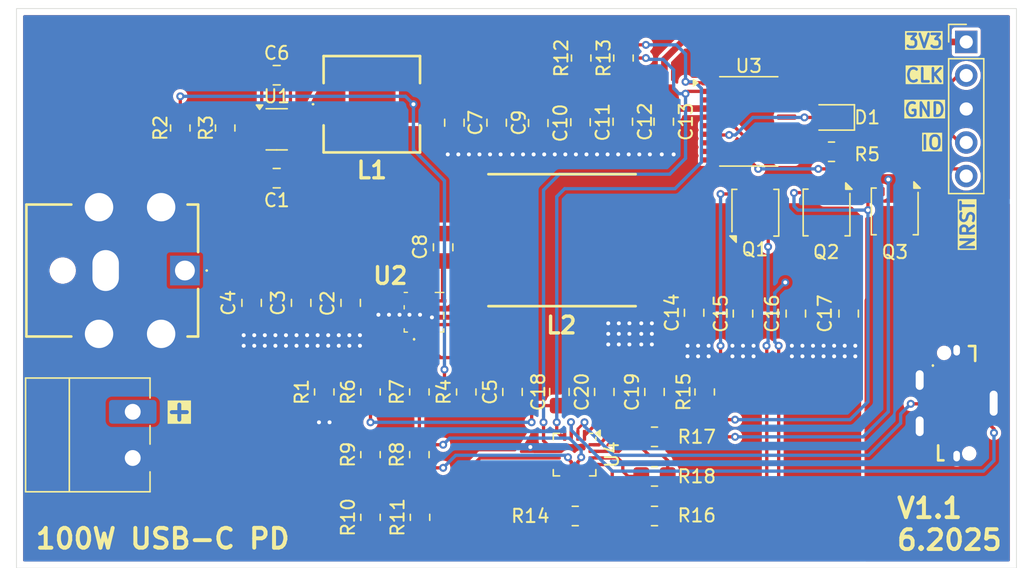
<source format=kicad_pcb>
(kicad_pcb (version 20241229) (generator "pcbnew") (generator_version "9.0")
  (layers (0 "F.Cu" signal) (2 "B.Cu" signal) (13 "F.Paste" user) (15 "B.Paste" user) (5 "F.SilkS" user "F.Silkscreen") (7 "B.SilkS" user "B.Silkscreen") (1 "F.Mask" user) (3 "B.Mask" user) (25 "Edge.Cuts" user))
  (net 0 "")
  (net 1 "AGND")
  (net 2 "/PWR_IN")
  (net 3 "Net-(U2-SS)")
  (net 4 "Net-(U1-CB)")
  (net 5 "/L2_IN")
  (net 6 "+3V3")
  (net 7 "Net-(U2-BOOT)")
  (net 8 "/L_IN")
  (net 9 "/BUCK_OUT")
  (net 10 "Net-(U4-VREG_1V2)")
  (net 11 "Net-(U4-VREG_2V7)")
  (net 12 "Net-(D1-K)")
  (net 13 "Net-(D1-A)")
  (net 14 "/NRST")
  (net 15 "/SWD_IO")
  (net 16 "/SW_CLK")
  (net 17 "Net-(Q1-D)")
  (net 18 "Net-(Q1-G)")
  (net 19 "Net-(Q2-G)")
  (net 20 "/CMN_SRC")
  (net 21 "Net-(U2-MODE)")
  (net 22 "Net-(U1-FB)")
  (net 23 "Net-(U2-PG)")
  (net 24 "Net-(U2-FB)")
  (net 25 "Net-(U4-SEL_PDO5)")
  (net 26 "Net-(U4-SEL_PDO4)")
  (net 27 "Net-(U4-SEL_PDO3)")
  (net 28 "Net-(U4-SEL_PDO2)")
  (net 29 "/CC1")
  (net 30 "/CC2")
  (net 31 "Net-(U4-ADDR0)")
  (net 32 "Net-(U4-VBUS_EN_SRC)")
  (net 46 "/SDA")
  (net 47 "/SCL")
  (net 48 "/VBUS")
  (net 49 "GND")
  (footprint "Capacitor_SMD:C_0805_2012Metric_Pad1.18x1.45mm_HandSolder" (layer "F.Cu") (at 84.4 114)
    (property "Reference" "C6")
    (property "Value" "0.1u")
  )
  (footprint "Resistor_SMD:R_0805_2012Metric_Pad1.20x1.40mm_HandSolder" (layer "F.Cu") (at 113 144.4 180)
    (property "Reference" "R18")
    (property "Value" "2k2")
  )
  (footprint "Resistor_SMD:R_0805_2012Metric_Pad1.20x1.40mm_HandSolder" (layer "F.Cu") (at 98.75 138 -90)
    (property "Reference" "R4")
    (property "Value" "100k")
  )
  (footprint "NetTie:NetTie-2_SMD_Pad0.5mm" (layer "F.Cu") (at 95.8 132.625 90)
    (property "Reference" "NT1" (hide yes))
    (property "Value" "NetTie_2" (hide yes))
  )
  (footprint "Capacitor_SMD:C_0805_2012Metric_Pad1.18x1.45mm_HandSolder" (layer "F.Cu") (at 109.2 138 -90)
    (property "Reference" "C20")
    (property "Value" "1u")
  )
  (footprint "Resistor_SMD:R_0805_2012Metric_Pad1.20x1.40mm_HandSolder" (layer "F.Cu") (at 116.8 138 90)
    (property "Reference" "R15")
    (property "Value" "820R")
  )
  (footprint "Capacitor_SMD:C_0805_2012Metric_Pad1.18x1.45mm_HandSolder" (layer "F.Cu") (at 84.4 121.8 180)
    (property "Reference" "C1")
    (property "Value" "2.2u")
  )
  (footprint "footprints:SRR0735A120M" (layer "F.Cu") (at 91.6 116.2)
    (property "Reference" "L1")
    (property "Value" "12u" (hide yes))
  )
  (footprint "Resistor_SMD:R_0805_2012Metric_Pad1.20x1.40mm_HandSolder" (layer "F.Cu") (at 113 141.4 180)
    (property "Reference" "R17")
    (property "Value" "10k")
  )
  (footprint "Resistor_SMD:R_0805_2012Metric_Pad1.20x1.40mm_HandSolder" (layer "F.Cu") (at 91.5 147.5 -90)
    (property "Reference" "R10")
    (property "Value" "570R")
  )
  (footprint "Connector_Phoenix_MC:PhoenixContact_MC_1,5_2-G-3.5_1x02_P3.50mm_Horizontal" (layer "F.Cu") (at 73.5 139.505 -90)
    (property "Reference" "J2")
    (property "Value" "Lab_supply")
  )
  (footprint "Capacitor_SMD:C_0805_2012Metric_Pad1.18x1.45mm_HandSolder" (layer "F.Cu") (at 116 132 90)
    (property "Reference" "C14")
    (property "Value" "22u")
  )
  (footprint "Capacitor_SMD:C_0805_2012Metric_Pad1.18x1.45mm_HandSolder" (layer "F.Cu") (at 102.25 138 -90)
    (property "Reference" "C5")
    (property "Value" "22n")
  )
  (footprint "Capacitor_SMD:C_0805_2012Metric_Pad1.18x1.45mm_HandSolder" (layer "F.Cu") (at 105.8 138 -90)
    (property "Reference" "C18")
    (property "Value" "1u")
  )
  (footprint "Resistor_SMD:R_0805_2012Metric_Pad1.20x1.40mm_HandSolder" (layer "F.Cu") (at 77.1 118 -90)
    (property "Reference" "R2")
    (property "Value" "51k")
  )
  (footprint "Package_SON:Diodes_PowerDI3333-8" (layer "F.Cu") (at 120.635 124.42 90)
    (property "Reference" "Q1")
    (property "Value" "DMP3013SFV-7")
  )
  (footprint "Capacitor_SMD:C_0805_2012Metric_Pad1.18x1.45mm_HandSolder" (layer "F.Cu") (at 97.85 117.6 90)
    (property "Reference" "C7")
    (property "Value" "22u")
  )
  (footprint "Package_DFN_QFN:QFN-16-1EP_3x3mm_P0.5mm_EP1.7x1.7mm" (layer "F.Cu") (at 106.95 142.75 -90)
    (property "Reference" "U4")
    (property "Value" "STUSB4710AQ1TR")
  )
  (footprint "Capacitor_SMD:C_0805_2012Metric_Pad1.18x1.45mm_HandSolder" (layer "F.Cu") (at 123.7 132.0625 90)
    (property "Reference" "C16")
    (property "Value" "22u")
  )
  (footprint "Resistor_SMD:R_0805_2012Metric_Pad1.20x1.40mm_HandSolder" (layer "F.Cu") (at 110.65 112.7 -90)
    (property "Reference" "R13")
    (property "Value" "1k7")
  )
  (footprint "Capacitor_SMD:C_0805_2012Metric_Pad1.18x1.45mm_HandSolder" (layer "F.Cu") (at 97 127.0375 -90)
    (property "Reference" "C8")
    (property "Value" "0.1u")
  )
  (footprint "Resistor_SMD:R_0805_2012Metric_Pad1.20x1.40mm_HandSolder" (layer "F.Cu") (at 95.25 147.5 -90)
    (property "Reference" "R11")
    (property "Value" "1.95k")
  )
  (footprint "LED_SMD:LED_0805_2012Metric" (layer "F.Cu") (at 126.45 117.2 180)
    (property "Reference" "D1")
    (property "Value" "LED")
  )
  (footprint "Resistor_SMD:R_0805_2012Metric_Pad1.20x1.40mm_HandSolder" (layer "F.Cu") (at 107.45 112.7 -90)
    (property "Reference" "R12")
    (property "Value" "1k7")
  )
  (footprint "Capacitor_SMD:C_0805_2012Metric_Pad1.18x1.45mm_HandSolder" (layer "F.Cu") (at 113 138 -90)
    (property "Reference" "C19")
    (property "Value" "1u")
  )
  (footprint "Resistor_SMD:R_0805_2012Metric_Pad1.20x1.40mm_HandSolder" (layer "F.Cu") (at 107 147.4)
    (property "Reference" "R14")
    (property "Value" "100k")
  )
  (footprint "Capacitor_SMD:C_0805_2012Metric_Pad1.18x1.45mm_HandSolder" (layer "F.Cu") (at 113.7 117.525 -90)
    (property "Reference" "C13")
    (property "Value" "100n")
  )
  (footprint "Package_SO:TSSOP-20_4.4x6.5mm_P0.65mm" (layer "F.Cu") (at 120.1375 117.5)
    (property "Reference" "U3")
    (property "Value" "STM32G030F6Px")
  )
  (footprint "Resistor_SMD:R_0805_2012Metric_Pad1.20x1.40mm_HandSolder" (layer "F.Cu") (at 88 138 -90)
    (property "Reference" "R1")
    (property "Value" "10k")
  )
  (footprint "Resistor_SMD:R_0805_2012Metric_Pad1.20x1.40mm_HandSolder" (layer "F.Cu") (at 95.2 142.75 -90)
    (property "Reference" "R8")
    (property "Value" "310R")
  )
  (footprint "footprints:PJ106AHTR" (layer "F.Cu") (at 77.45 128.8 -90)
    (property "Reference" "J1")
    (property "Value" "Barrel_Jack" (hide yes))
  )
  (footprint "Capacitor_SMD:C_0805_2012Metric_Pad1.18x1.45mm_HandSolder" (layer "F.Cu") (at 107.4 117.5625 -90)
    (property "Reference" "C11")
    (property "Value" "100n")
  )
  (footprint "Capacitor_SMD:C_0805_2012Metric_Pad1.18x1.45mm_HandSolder" (layer "F.Cu") (at 119.7 132.0625 90)
    (property "Reference" "C15")
    (property "Value" "22u")
  )
  (footprint "Package_TO_SOT_SMD:SOT-23-6" (layer "F.Cu") (at 84.4 118.1)
    (property "Reference" "U1")
    (property "Value" "TPS560430X3FDBVR")
  )
  (footprint "Resistor_SMD:R_0805_2012Metric_Pad1.20x1.40mm_HandSolder" (layer "F.Cu") (at 113 147.4 180)
    (property "Reference" "R16")
    (property "Value" "10k")
  )
  (footprint "Resistor_SMD:R_0805_2012Metric_Pad1.20x1.40mm_HandSolder" (layer "F.Cu") (at 91.5 142.75 -90)
    (property "Reference" "R9")
    (property "Value" "340R")
  )
  (footprint "Resistor_SMD:R_0805_2012Metric_Pad1.20x1.40mm_HandSolder" (layer "F.Cu") (at 80.5 118 90)
    (property "Reference" "R3")
    (property "Value" "22.1k")
  )
  (footprint "Capacitor_SMD:C_0805_2012Metric_Pad1.18x1.45mm_HandSolder" (layer "F.Cu") (at 82.5 131.25 -90)
    (property "Reference" "C4")
    (property "Value" "0.1u")
  )
  (footprint "footprints:INDPM112100X400N" (layer "F.Cu") (at 106 126.5)
    (property "Reference" "L2")
    (property "Value" "4.7u" (hide yes))
  )
  (footprint "Capacitor_SMD:C_0805_2012Metric_Pad1.18x1.45mm_HandSolder" (layer "F.Cu") (at 104.2 117.625 -90)
    (property "Reference" "C10")
    (property "Value" "100n")
  )
  (footprint "Capacitor_SMD:C_0805_2012Metric_Pad1.18x1.45mm_HandSolder" (layer "F.Cu") (at 86.25 131.25 -90)
    (property "Reference" "C3")
    (property "Value" "10u")
  )
  (footprint "Package_SON:Diodes_PowerDI3333-8" (layer "F.Cu") (at 126.025 124.4 -90)
    (property "Reference" "Q2")
    (property "Value" "DMP3013SFV-7")
  )
  (footprint "Resistor_SMD:R_0805_2012Metric_Pad1.20x1.40mm_HandSolder" (layer "F.Cu") (at 126.4 119.8 180)
    (property "Reference" "R5")
    (property "Value" "1k7")
  )
  (footprint "Resistor_SMD:R_0805_2012Metric_Pad1.20x1.40mm_HandSolder" (layer "F.Cu") (at 95.2 138 -90)
    (property "Reference" "R7")
    (property "Value" "930R")
  )
  (footprint "Capacitor_SMD:C_0805_2012Metric_Pad1.18x1.45mm_HandSolder" (layer "F.Cu") (at 127.7 132.0625 90)
    (property "Reference" "C17")
    (property "Value" "22u")
  )
  (footprint "Resistor_SMD:R_0805_2012Metric_Pad1.20x1.40mm_HandSolder" (layer "F.Cu") (at 91.5 138 90)
    (property "Reference" "R6")
    (property "Value" "30k")
  )
  (footprint "Package_SON:Diodes_PowerDI3333-8" (layer "F.Cu") (at 131.185 124.32 -90)
    (property "Reference" "Q3")
    (property "Value" "DMP3013SFV-7")
  )
  (footprint "Capacitor_SMD:C_0805_2012Metric_Pad1.18x1.45mm_HandSolder" (layer "F.Cu") (at 90 131.25 -90)
    (property "Reference" "C2")
    (property "Value" "10u")
  )
  (footprint "Capacitor_SMD:C_0805_2012Metric_Pad1.18x1.45mm_HandSolder" (layer "F.Cu") (at 101.05 117.6 -90)
    (property "Reference" "C9")
    (property "Value" "10u")
  )
  (footprint "Connector_PinHeader_2.54mm:PinHeader_1x05_P2.54mm_Vertical" (layer "F.Cu") (at 136.6 111.48)
    (property "Reference" "J3")
    (property "Value" "Serial Wire")
  )
  (footprint "Capacitor_SMD:C_0805_2012Metric_Pad1.18x1.45mm_HandSolder" (layer "F.Cu") (at 110.6 117.525 -90)
    (property "Reference" "C12")
    (property "Value" "100n")
  )
  (footprint "footprints:TPS56A37RPAR" (layer "F.Cu") (at 95.55 131.96 90)
    (property "Reference" "U2")
    (property "Value" "TPS56837HRPAR" (hide yes))
  )
  (footprint "footprints:USB4151GFC" (layer "F.Cu") (at 135.875 138.85 90)
    (property "Reference" "J4")
    (property "Value" "USB4151-GF-C" (hide yes))
  )
  (gr_rect (start 64.7 108.95) (end 140.4 151.35) (stroke (width 0.05)) (fill no) (layer "Edge.Cuts"))
  (gr_text "NRST" (at 137.3 127.4 90) (layer "F.SilkS" knockout) (effects (font (size 1 1) (thickness 0.2) (bold yes)) (justify left bottom)))
  (gr_text "+" (at 75.9 140.3 0) (layer "F.SilkS" knockout) (effects (font (size 1.5 1.5) (thickness 0.3) (bold yes)) (justify left bottom)))
  (gr_text "CLK" (at 131.9 114.6 0) (layer "F.SilkS" knockout) (effects (font (size 1 1) (thickness 0.2) (bold yes)) (justify left bottom)))
  (gr_text "GND" (at 131.8 117.2 0) (layer "F.SilkS" knockout) (effects (font (size 1 1) (thickness 0.2) (bold yes)) (justify left bottom)))
  (gr_text "3V3" (at 131.9 112 0) (layer "F.SilkS" knockout) (effects (font (size 1 1) (thickness 0.2) (bold yes)) (justify left bottom)))
  (gr_text "IO" (at 133.1 119.7 0) (layer "F.SilkS" knockout) (effects (font (size 1 1) (thickness 0.2) (bold yes)) (justify left bottom)))
  (gr_text "100W USB-C PD" (at 66 150 0) (layer "F.SilkS") (effects (font (size 1.5 1.5) (thickness 0.3) (bold yes)) (justify left bottom)))
  (gr_text "V1.1\n6.2025" (at 131.2 150.1 0) (layer "F.SilkS") (effects (font (size 1.5 1.5) (thickness 0.3) (bold yes)) (justify left bottom)))
  (segment (start 95.8 133.37) (end 95.8 135.4) (width 0.25) (layer "F.Cu") (net 1))
  (segment (start 101.75 135.25) (end 99.25 135.25) (width 0.25) (layer "F.Cu") (net 3))
  (segment (start 99.25 135.25) (end 98.8 134.8) (width 0.25) (layer "F.Cu") (net 3))
  (segment (start 98.8 134.8) (end 98.8 133.4) (width 0.25) (layer "F.Cu") (net 3))
  (segment (start 102.25 135.75) (end 102.25 136.9625) (width 0.25) (layer "F.Cu") (net 3))
  (segment (start 98.3 132.9) (end 96.95 132.9) (width 0.25) (layer "F.Cu") (net 3))
  (segment (start 102.25 135.75) (end 101.75 135.25) (width 0.25) (layer "F.Cu") (net 3))
  (segment (start 98.8 133.4) (end 98.3 132.9) (width 0.25) (layer "F.Cu") (net 3))
  (segment (start 83.2625 114) (end 83.2625 117.15) (width 0.25) (layer "F.Cu") (net 4))
  (segment (start 85.4375 117.05) (end 85.5375 117.15) (width 0.25) (layer "F.Cu") (net 5))
  (segment (start 85.4375 114) (end 85.4375 117.05) (width 0.25) (layer "F.Cu") (net 5))
  (segment (start 97.1 136.3) (end 97.1 138.5) (width 0.25) (layer "F.Cu") (net 6))
  (segment (start 117.275 116.525) (end 113.7375 116.525) (width 0.5) (layer "F.Cu") (net 6))
  (segment (start 97.1 138.5) (end 97.6 139) (width 0.25) (layer "F.Cu") (net 6))
  (segment (start 77.1 117) (end 77.1 115.6) (width 0.25) (layer "F.Cu") (net 6))
  (segment (start 113.7375 116.525) (end 113.7 116.4875) (width 0.5) (layer "F.Cu") (net 6))
  (segment (start 107.45 113.7) (end 107.45 115) (width 0.25) (layer "F.Cu") (net 6))
  (segment (start 115.07 111.48) (end 136.6 111.48) (width 0.5) (layer "F.Cu") (net 6))
  (segment (start 113.75 115.3) (end 113.75 112.8) (width 0.5) (layer "F.Cu") (net 6))
  (segment (start 113.75 112.8) (end 115.07 111.48) (width 0.5) (layer "F.Cu") (net 6))
  (segment (start 110.65 113.7) (end 110.65 115.1) (width 0.25) (layer "F.Cu") (net 6))
  (segment (start 97.6 139) (end 98.75 139) (width 0.25) (layer "F.Cu") (net 6))
  (segment (start 98.75 139.05) (end 98.7 139.1) (width 0.2) (layer "F.Cu") (net 6))
  (via (at 97.1 136.3) (size 0.6) (drill 0.3) (layers "F.Cu" "B.Cu") (net 6))
  (via (at 94.75 116.2) (size 0.6) (drill 0.3) (layers "F.Cu" "B.Cu") (net 6))
  (via (at 77.1 115.6) (size 0.6) (drill 0.3) (layers "F.Cu" "B.Cu") (net 6))
  (segment (start 94.15 115.6) (end 77.1 115.6) (width 0.25) (layer "B.Cu") (net 6))
  (segment (start 97.1 122) (end 94.75 119.65) (width 0.25) (layer "B.Cu") (net 6))
  (segment (start 97.1 136.3) (end 97.1 122) (width 0.25) (layer "B.Cu") (net 6))
  (segment (start 94.75 119.65) (end 94.75 116.2) (width 0.25) (layer "B.Cu") (net 6))
  (segment (start 94.75 116.2) (end 94.15 115.6) (width 0.25) (layer "B.Cu") (net 6))
  (segment (start 97 128.075) (end 97 128.1) (width 0.25) (layer "F.Cu") (net 7))
  (segment (start 97 128.1) (end 96.95 128.15) (width 0.25) (layer "F.Cu") (net 7))
  (segment (start 96.95 128.15) (end 96.95 131.1) (width 0.25) (layer "F.Cu") (net 7))
  (segment (start 97 126) (end 100.85 126) (width 0.5) (layer "F.Cu") (net 8))
  (segment (start 96.4 131.6) (end 97.8 131.6) (width 0.25) (layer "F.Cu") (net 8))
  (segment (start 100.85 126) (end 101.35 126.5) (width 0.5) (layer "F.Cu") (net 8))
  (segment (start 103.7 139.6) (end 104.2625 139.0375) (width 0.25) (layer "F.Cu") (net 9))
  (segment (start 121.2 146.9) (end 122.4 145.7) (width 0.25) (layer "F.Cu") (net 9))
  (segment (start 114 147.4) (end 114.5 146.9) (width 0.25) (layer "F.Cu") (net 9))
  (segment (start 108.4 139.9) (end 107.5375 139.0375) (width 0.25) (layer "F.Cu") (net 9))
  (segment (start 122.4 145.7) (end 122.4 134.5) (width 0.25) (layer "F.Cu") (net 9))
  (segment (start 91.5 139) (end 91.5 140.3) (width 0.25) (layer "F.Cu") (net 9))
  (segment (start 114.5 146.9) (end 121.2 146.9) (width 0.25) (layer "F.Cu") (net 9))
  (segment (start 104.2625 139.0375) (end 105.8 139.0375) (width 0.25) (layer "F.Cu") (net 9))
  (segment (start 108.4 140.6) (end 108.4 139.9) (width 0.25) (layer "F.Cu") (net 9))
  (segment (start 107.7 141.3) (end 108.4 140.6) (width 0.25) (layer "F.Cu") (net 9))
  (segment (start 107.5375 139.0375) (end 105.8 139.0375) (width 0.25) (layer "F.Cu") (net 9))
  (segment (start 107.7 137.1375) (end 107.7 131.2) (width 0.5) (layer "F.Cu") (net 9))
  (segment (start 107.7 131.2) (end 108.7 130.2) (width 0.5) (layer "F.Cu") (net 9))
  (segment (start 103.7 140.3) (end 103.7 139.6) (width 0.25) (layer "F.Cu") (net 9))
  (segment (start 105.8 139.0375) (end 107.7 137.1375) (width 0.5) (layer "F.Cu") (net 9))
  (via (at 122.4 134.5) (size 0.6) (drill 0.3) (layers "F.Cu" "B.Cu") (net 9))
  (via (at 91.5 140.3) (size 0.6) (drill 0.3) (layers "F.Cu" "B.Cu") (net 9))
  (via (at 103.7 140.3) (size 0.6) (drill 0.3) (layers "F.Cu" "B.Cu") (net 9))
  (via (at 122.9 129.7) (size 0.6) (drill 0.3) (layers "F.Cu" "B.Cu") (net 9))
  (segment (start 122.103137 130.496863) (end 122.9 129.7) (width 0.25) (layer "B.Cu") (net 9))
  (segment (start 122.103137 133.7) (end 122.103137 130.496863) (width 0.25) (layer "B.Cu") (net 9))
  (segment (start 122.103137 133.7) (end 122.103137 134.203137) (width 0.25) (layer "B.Cu") (net 9))
  (segment (start 122.103137 134.203137) (end 122.4 134.5) (width 0.25) (layer "B.Cu") (net 9))
  (segment (start 91.5 140.3) (end 103.7 140.3) (width 0.25) (layer "B.Cu") (net 9))
  (segment (start 110.8 142) (end 110.8 139.6) (width 0.25) (layer "F.Cu") (net 10))
  (segment (start 110.8 139.6) (end 111.3625 139.0375) (width 0.25) (layer "F.Cu") (net 10))
  (segment (start 110.3 142.5) (end 110.8 142) (width 0.25) (layer "F.Cu") (net 10))
  (segment (start 108.4 142.5) (end 110.3 142.5) (width 0.25) (layer "F.Cu") (net 10))
  (segment (start 111.3625 139.0375) (end 113 139.0375) (width 0.25) (layer "F.Cu") (net 10))
  (segment (start 109.2 141.6) (end 109.2 139.0375) (width 0.25) (layer "F.Cu") (net 11))
  (segment (start 108.8 142) (end 109.2 141.6) (width 0.25) (layer "F.Cu") (net 11))
  (segment (start 108.4 142) (end 108.8 142) (width 0.25) (layer "F.Cu") (net 11))
  (segment (start 127.4 117.2) (end 127.4 119.8) (width 0.25) (layer "F.Cu") (net 12))
  (segment (start 117.329442 118.529442) (end 117.275 118.475) (width 0.25) (layer "F.Cu") (net 13))
  (segment (start 125.5 117.2) (end 124.35 117.2) (width 0.25) (layer "F.Cu") (net 13))
  (segment (start 118.65 118.529442) (end 117.329442 118.529442) (width 0.25) (layer "F.Cu") (net 13))
  (via (at 118.65 118.529442) (size 0.6) (drill 0.3) (layers "F.Cu" "B.Cu") (net 13))
  (via (at 124.35 117.2) (size 0.6) (drill 0.3) (layers "F.Cu" "B.Cu") (net 13))
  (segment (start 118.65 118.529442) (end 119.120558 118.529442) (width 0.25) (layer "B.Cu") (net 13))
  (segment (start 120.45 117.2) (end 124.35 117.2) (width 0.25) (layer "B.Cu") (net 13))
  (segment (start 119.120558 118.529442) (end 120.45 117.2) (width 0.25) (layer "B.Cu") (net 13))
  (segment (start 118.975 117.825) (end 117.275 117.825) (width 0.25) (layer "F.Cu") (net 14))
  (segment (start 136.06 121.1) (end 136.6 121.64) (width 0.25) (layer "F.Cu") (net 14))
  (segment (start 119.95 120.2) (end 119.95 118.8) (width 0.25) (layer "F.Cu") (net 14))
  (segment (start 125.4 121.1) (end 136.06 121.1) (width 0.25) (layer "F.Cu") (net 14))
  (segment (start 119.95 118.8) (end 118.975 117.825) (width 0.25) (layer "F.Cu") (net 14))
  (segment (start 120.85 121.1) (end 119.95 120.2) (width 0.25) (layer "F.Cu") (net 14))
  (via (at 120.85 121.1) (size 0.6) (drill 0.3) (layers "F.Cu" "B.Cu") (net 14))
  (via (at 125.4 121.1) (size 0.6) (drill 0.3) (layers "F.Cu" "B.Cu") (net 14))
  (segment (start 125.4 121.1) (end 120.85 121.1) (width 0.25) (layer "B.Cu") (net 14))
  (segment (start 136.6 119.1) (end 136.1 119.1) (width 0.25) (layer "F.Cu") (net 15))
  (segment (start 136.1 119.1) (end 132.875 115.875) (width 0.25) (layer "F.Cu") (net 15))
  (segment (start 132.875 115.875) (end 123 115.875) (width 0.25) (layer "F.Cu") (net 15))
  (segment (start 135.98 114.02) (end 136.6 114.02) (width 0.25) (layer "F.Cu") (net 16))
  (segment (start 123 115.225) (end 134.775 115.225) (width 0.25) (layer "F.Cu") (net 16))
  (segment (start 134.775 115.225) (end 135.98 114.02) (width 0.25) (layer "F.Cu") (net 16))
  (segment (start 118 135.3) (end 118 138.8) (width 0.25) (layer "F.Cu") (net 17))
  (segment (start 118 138.8) (end 117.8 139) (width 0.25) (layer "F.Cu") (net 17))
  (segment (start 118 123) (end 119.67 123) (width 0.25) (layer "F.Cu") (net 17))
  (segment (start 118 134.5) (end 118 135.3) (width 0.25) (layer "F.Cu") (net 17))
  (segment (start 117.8 139) (end 116.8 139) (width 0.25) (layer "F.Cu") (net 17))
  (segment (start 119.67 123) (end 120.635 123.965) (width 0.25) (layer "F.Cu") (net 17))
  (via (at 118 123) (size 0.6) (drill 0.3) (layers "F.Cu" "B.Cu") (net 17))
  (via (at 118 134.5) (size 0.6) (drill 0.3) (layers "F.Cu" "B.Cu") (net 17))
  (segment (start 118 134.5) (end 118 134.6) (width 0.25) (layer "B.Cu") (net 17))
  (segment (start 118 123) (end 118 134.5) (width 0.25) (layer "B.Cu") (net 17))
  (segment (start 108.4 143.5) (end 109.3 143.5) (width 0.25) (layer "F.Cu") (net 18))
  (segment (start 109.3 143.5) (end 109.8 144) (width 0.25) (layer "F.Cu") (net 18))
  (segment (start 121.5 134.8) (end 121.5 145.1) (width 0.25) (layer "F.Cu") (net 18))
  (segment (start 112 146.4) (end 112 147.4) (width 0.25) (layer "F.Cu") (net 18))
  (segment (start 110.2 147.4) (end 111.8 147.4) (width 0.25) (layer "F.Cu") (net 18))
  (segment (start 120.7 145.9) (end 112.5 145.9) (width 0.25) (layer "F.Cu") (net 18))
  (segment (start 121.61 125.92) (end 121.61 126.99) (width 0.25) (layer "F.Cu") (net 18))
  (segment (start 121.61 126.99) (end 121.6 127) (width 0.25) (layer "F.Cu") (net 18))
  (segment (start 121.5 145.1) (end 120.7 145.9) (width 0.25) (layer "F.Cu") (net 18))
  (segment (start 109.8 144) (end 109.8 147) (width 0.25) (layer "F.Cu") (net 18))
  (segment (start 109.8 147) (end 110.2 147.4) (width 0.25) (layer "F.Cu") (net 18))
  (segment (start 112.5 145.9) (end 112 146.4) (width 0.25) (layer "F.Cu") (net 18))
  (via (at 121.478137 134.5) (size 0.6) (drill 0.3) (layers "F.Cu" "B.Cu") (net 18))
  (via (at 121.6 127) (size 0.6) (drill 0.3) (layers "F.Cu" "B.Cu") (net 18))
  (segment (start 121.478137 134.321863) (end 121.6 134.2) (width 0.25) (layer "B.Cu") (net 18))
  (segment (start 121.478137 134.5) (end 121.478137 134.321863) (width 0.25) (layer "B.Cu") (net 18))
  (segment (start 121.6 134.2) (end 121.6 127) (width 0.25) (layer "B.Cu") (net 18))
  (segment (start 121.6 127) (end 121.7 127.1) (width 0.25) (layer "B.Cu") (net 18))
  (segment (start 113.3 140.1) (end 119.1 140.1) (width 0.25) (layer "F.Cu") (net 19))
  (segment (start 112 141.4) (end 113.3 140.1) (width 0.25) (layer "F.Cu") (net 19))
  (segment (start 129.16 123.32) (end 129.66 122.82) (width 0.25) (layer "F.Cu") (net 19))
  (segment (start 125.05 122.9) (end 123.58 122.9) (width 0.25) (layer "F.Cu") (net 19))
  (segment (start 129.66 122.82) (end 130.21 122.82) (width 0.25) (layer "F.Cu") (net 19))
  (segment (start 112 141.4) (end 112 142.2) (width 0.25) (layer "F.Cu") (net 19))
  (segment (start 113.6 142.8) (end 114 143.2) (width 0.25) (layer "F.Cu") (net 19))
  (segment (start 112.6 142.8) (end 113.6 142.8) (width 0.25) (layer "F.Cu") (net 19))
  (segment (start 129.16 124.22) (end 129.2 124.26) (width 0.25) (layer "F.Cu") (net 19))
  (segment (start 114 143.2) (end 114 144.4) (width 0.25) (layer "F.Cu") (net 19))
  (segment (start 129.16 124.22) (end 129.16 123.32) (width 0.25) (layer "F.Cu") (net 19))
  (segment (start 112 142.2) (end 112.6 142.8) (width 0.25) (layer "F.Cu") (net 19))
  (segment (start 123.58 122.9) (end 123.56 122.92) (width 0.25) (layer "F.Cu") (net 19))
  (via (at 129.16 124.22) (size 0.6) (drill 0.3) (layers "F.Cu" "B.Cu") (net 19))
  (via (at 119.1 140.1) (size 0.6) (drill 0.3) (layers "F.Cu" "B.Cu") (net 19))
  (via (at 123.56 122.92) (size 0.6) (drill 0.3) (layers "F.Cu" "B.Cu") (net 19))
  (segment (start 119.1 140.1) (end 127.8 140.1) (width 0.25) (layer "B.Cu") (net 19))
  (segment (start 129.16 138.74) (end 129.16 124.22) (width 0.25) (layer "B.Cu") (net 19))
  (segment (start 123.56 123.92) (end 123.86 124.22) (width 0.25) (layer "B.Cu") (net 19))
  (segment (start 127.8 140.1) (end 129.16 138.74) (width 0.25) (layer "B.Cu") (net 19))
  (segment (start 123.56 122.92) (end 123.56 123.92) (width 0.25) (layer "B.Cu") (net 19))
  (segment (start 123.86 124.22) (end 129.16 124.22) (width 0.25) (layer "B.Cu") (net 19))
  (segment (start 114 141.4) (end 119.1 141.4) (width 0.25) (layer "F.Cu") (net 20))
  (segment (start 126.05 121.9) (end 126.21 122.06) (width 0.25) (layer "F.Cu") (net 20))
  (segment (start 130.86 122.06) (end 130.86 122.82) (width 0.25) (layer "F.Cu") (net 20))
  (via (at 130.7 121.9) (size 0.6) (drill 0.3) (layers "F.Cu" "B.Cu") (net 20))
  (via (at 119.1 141.4) (size 0.6) (drill 0.3) (layers "F.Cu" "B.Cu") (net 20))
  (segment (start 128.8 141.4) (end 130.7 139.5) (width 0.25) (layer "B.Cu") (net 20))
  (segment (start 119.1 141.4) (end 128.8 141.4) (width 0.25) (layer "B.Cu") (net 20))
  (segment (start 130.7 139.5) (end 130.7 121.9) (width 0.25) (layer "B.Cu") (net 20))
  (segment (start 88 137) (end 88 135.9) (width 0.25) (layer "F.Cu") (net 21))
  (segment (start 92.4 133.4) (end 92.4 135) (width 0.25) (layer "F.Cu") (net 21))
  (segment (start 92.9 132.9) (end 92.4 133.4) (width 0.25) (layer "F.Cu") (net 21))
  (segment (start 92 135.4) (end 88.5 135.4) (width 0.25) (layer "F.Cu") (net 21))
  (segment (start 88 135.9) (end 88.5 135.4) (width 0.25) (layer "F.Cu") (net 21))
  (segment (start 94.15 132.9) (end 92.9 132.9) (width 0.25) (layer "F.Cu") (net 21))
  (segment (start 92.4 135) (end 92 135.4) (width 0.25) (layer "F.Cu") (net 21))
  (segment (start 80.5 119) (end 77.1 119) (width 0.25) (layer "F.Cu") (net 22))
  (segment (start 83.2125 119) (end 83.2625 119.05) (width 0.25) (layer "F.Cu") (net 22))
  (segment (start 80.5 119) (end 83.2125 119) (width 0.25) (layer "F.Cu") (net 22))
  (segment (start 96.8 135.4) (end 98.15 135.4) (width 0.25) (layer "F.Cu") (net 23))
  (segment (start 96.3 133.37) (end 96.3 134.9) (width 0.25) (layer "F.Cu") (net 23))
  (segment (start 98.15 135.4) (end 98.75 136) (width 0.25) (layer "F.Cu") (net 23))
  (segment (start 96.3 134.9) (end 96.8 135.4) (width 0.25) (layer "F.Cu") (net 23))
  (segment (start 98.75 136) (end 98.75 137) (width 0.25) (layer "F.Cu") (net 23))
  (segment (start 95.3 136.9) (end 95.3 133.37) (width 0.25) (layer "F.Cu") (net 24))
  (segment (start 91.75 137) (end 95.2 137) (width 0.25) (layer "F.Cu") (net 24))
  (segment (start 95.2 137) (end 95.3 136.9) (width 0.25) (layer "F.Cu") (net 24))
  (segment (start 107.45 143.05) (end 107.2 143.3) (width 0.25) (layer "F.Cu") (net 25))
  (segment (start 107.2 143.3) (end 107.2 144.2) (width 0.25) (layer "F.Cu") (net 25))
  (segment (start 97 142) (end 95.2 142) (width 0.25) (layer "F.Cu") (net 25))
  (segment (start 107.45 142.95) (end 107.45 143.05) (width 0.25) (layer "F.Cu") (net 25))
  (segment (start 95.2 142) (end 95.2 139) (width 0.25) (layer "F.Cu") (net 25))
  (via (at 107.45 142.95) (size 0.6) (drill 0.3) (layers "F.Cu" "B.Cu") (net 25))
  (via (at 97 142) (size 0.6) (drill 0.3) (layers "F.Cu" "B.Cu") (net 25))
  (segment (start 97.5 141.5) (end 106.55 141.5) (width 0.25) (layer "B.Cu") (net 25))
  (segment (start 106.55 141.5) (end 107.45 142.4) (width 0.25) (layer "B.Cu") (net 25))
  (segment (start 97 142) (end 97.5 141.5) (width 0.25) (layer "B.Cu") (net 25))
  (segment (start 107.45 142.4) (end 107.45 142.95) (width 0.25) (layer "B.Cu") (net 25))
  (segment (start 93.75 143.75) (end 93.2 143.2) (width 0.25) (layer "F.Cu") (net 26))
  (segment (start 106.45 142.95) (end 106.45 143.05) (width 0.25) (layer "F.Cu") (net 26))
  (segment (start 97 143.75) (end 93.75 143.75) (width 0.25) (layer "F.Cu") (net 26))
  (segment (start 93.2 143.2) (end 93.2 142.175) (width 0.25) (layer "F.Cu") (net 26))
  (segment (start 106.7 143.3) (end 106.7 144.2) (width 0.25) (layer "F.Cu") (net 26))
  (segment (start 93.2 142.175) (end 92.775 141.75) (width 0.25) (layer "F.Cu") (net 26))
  (segment (start 106.45 143.05) (end 106.7 143.3) (width 0.25) (layer "F.Cu") (net 26))
  (segment (start 92.775 141.75) (end 91.45 141.75) (width 0.25) (layer "F.Cu") (net 26))
  (via (at 106.45 142.95) (size 0.6) (drill 0.3) (layers "F.Cu" "B.Cu") (net 26))
  (via (at 97 143.75) (size 0.6) (drill 0.3) (layers "F.Cu" "B.Cu") (net 26))
  (segment (start 106.3 142.8) (end 106.45 142.95) (width 0.25) (layer "B.Cu") (net 26))
  (segment (start 97 143.75) (end 97.95 142.8) (width 0.25) (layer "B.Cu") (net 26))
  (segment (start 97.95 142.8) (end 106.3 142.8) (width 0.25) (layer "B.Cu") (net 26))
  (segment (start 106.4 143) (end 106.45 142.95) (width 0.25) (layer "B.Cu") (net 26))
  (segment (start 91.5 146.5) (end 91.5 143.75) (width 0.25) (layer "F.Cu") (net 27))
  (segment (start 92.6 146.5) (end 94.1 145) (width 0.25) (layer "F.Cu") (net 27))
  (segment (start 91.5 146.5) (end 92.6 146.5) (width 0.25) (layer "F.Cu") (net 27))
  (segment (start 99.8 143) (end 105.5 143) (width 0.25) (layer "F.Cu") (net 27))
  (segment (start 97.8 145) (end 99.8 143) (width 0.25) (layer "F.Cu") (net 27))
  (segment (start 94.1 145) (end 97.8 145) (width 0.25) (layer "F.Cu") (net 27))
  (segment (start 95.25 146.5) (end 97.1 146.5) (width 0.25) (layer "F.Cu") (net 28))
  (segment (start 94.7 146.5) (end 95.25 146.5) (width 0.25) (layer "F.Cu") (net 28))
  (segment (start 97.1 146.5) (end 100.1 143.5) (width 0.25) (layer "F.Cu") (net 28))
  (segment (start 92.7 148.5) (end 94.7 146.5) (width 0.25) (layer "F.Cu") (net 28))
  (segment (start 91.5 148.5) (end 92.7 148.5) (width 0.25) (layer "F.Cu") (net 28))
  (segment (start 100.1 143.5) (end 105.5 143.5) (width 0.25) (layer "F.Cu") (net 28))
  (segment (start 107.2 140.8) (end 107.7 140.3) (width 0.2) (layer "F.Cu") (net 29))
  (segment (start 133.2 138.9) (end 134 138.1) (width 0.25) (layer "F.Cu") (net 29))
  (segment (start 132.4 138.9) (end 133.2 138.9) (width 0.25) (layer "F.Cu") (net 29))
  (segment (start 134 138.1) (end 134.9 138.1) (width 0.25) (layer "F.Cu") (net 29))
  (segment (start 107.2 141.3) (end 107.2 140.8) (width 0.2) (layer "F.Cu") (net 29))
  (via (at 132.4 138.9) (size 0.6) (drill 0.3) (layers "F.Cu" "B.Cu") (net 29))
  (via (at 107.7 140.3) (size 0.6) (drill 0.3) (layers "F.Cu" "B.Cu") (net 29))
  (segment (start 109.9 142.8) (end 107.7 140.6) (width 0.25) (layer "B.Cu") (net 29))
  (segment (start 107.7 140.6) (end 107.7 140.3) (width 0.25) (layer "B.Cu") (net 29))
  (segment (start 131.6315 139.6685) (end 131.6315 140.3685) (width 0.25) (layer "B.Cu") (net 29))
  (segment (start 132.4 138.9) (end 131.6315 139.6685) (width 0.25) (layer "B.Cu") (net 29))
  (segment (start 129.2 142.8) (end 109.9 142.8) (width 0.25) (layer "B.Cu") (net 29))
  (segment (start 131.6315 140.3685) (end 129.2 142.8) (width 0.25) (layer "B.Cu") (net 29))
  (segment (start 106.7 140.30841) (end 106.675972 140.284382) (width 0.25) (layer "F.Cu") (net 30))
  (segment (start 106.7 141.3) (end 106.7 140.30841) (width 0.25) (layer "F.Cu") (net 30))
  (segment (start 138.7 141.1) (end 138.7 140.8) (width 0.25) (layer "F.Cu") (net 30))
  (segment (start 137.5 139.6) (end 136.85 139.6) (width 0.25) (layer "F.Cu") (net 30))
  (segment (start 138.7 140.8) (end 137.5 139.6) (width 0.25) (layer "F.Cu") (net 30))
  (via (at 138.7 141.1) (size 0.6) (drill 0.3) (layers "F.Cu" "B.Cu") (net 30))
  (via (at 106.675972 140.284382) (size 0.6) (drill 0.3) (layers "F.Cu" "B.Cu") (net 30))
  (segment (start 106.7 140.30841) (end 106.7 140.9) (width 0.25) (layer "B.Cu") (net 30))
  (segment (start 106.675972 140.284382) (end 106.7 140.30841) (width 0.25) (layer "B.Cu") (net 30))
  (segment (start 109.8 144) (end 137.9 144) (width 0.25) (layer "B.Cu") (net 30))
  (segment (start 138.7 143.2) (end 138.7 141.1) (width 0.25) (layer "B.Cu") (net 30))
  (segment (start 137.9 144) (end 138.7 143.2) (width 0.25) (layer "B.Cu") (net 30))
  (segment (start 106.7 140.9) (end 109.8 144) (width 0.25) (layer "B.Cu") (net 30))
  (segment (start 106.2 144.2) (end 106.2 147.6) (width 0.25) (layer "F.Cu") (net 31))
  (segment (start 110.6 144) (end 111 144.4) (width 0.25) (layer "F.Cu") (net 32))
  (segment (start 108.4 143) (end 110.2 143) (width 0.25) (layer "F.Cu") (net 32))
  (segment (start 110.6 143.4) (end 110.6 144) (width 0.25) (layer "F.Cu") (net 32))
  (segment (start 111 144.4) (end 112 144.4) (width 0.25) (layer "F.Cu") (net 32))
  (segment (start 110.2 143) (end 110.6 143.4) (width 0.25) (layer "F.Cu") (net 32))
  (segment (start 104.6 141.7) (end 104.9 142) (width 0.25) (layer "F.Cu") (net 46))
  (segment (start 108.65 111.7) (end 107.45 111.7) (width 0.25) (layer "F.Cu") (net 46))
  (segment (start 104.6 140.3) (end 104.6 141.7) (width 0.25) (layer "F.Cu") (net 46))
  (segment (start 104.9 142) (end 105.5 142) (width 0.25) (layer "F.Cu") (net 46))
  (segment (start 115.525 115.225) (end 115.35 115.4) (width 0.25) (layer "F.Cu") (net 46))
  (segment (start 112.35 112.7) (end 109.65 112.7) (width 0.25) (layer "F.Cu") (net 46))
  (segment (start 109.65 112.7) (end 108.65 111.7) (width 0.25) (layer "F.Cu") (net 46))
  (segment (start 117.275 115.225) (end 115.525 115.225) (width 0.25) (layer "F.Cu") (net 46))
  (via (at 115.35 115.4) (size 0.6) (drill 0.3) (layers "F.Cu" "B.Cu") (net 46))
  (via (at 104.6 140.3) (size 0.6) (drill 0.3) (layers "F.Cu" "B.Cu") (net 46))
  (via (at 112.35 112.7) (size 0.6) (drill 0.3) (layers "F.Cu" "B.Cu") (net 46))
  (segment (start 104.6 122.7) (end 105.8 121.5) (width 0.25) (layer "B.Cu") (net 46))
  (segment (start 114.45 115) (end 114.85 115.4) (width 0.25) (layer "B.Cu") (net 46))
  (segment (start 114.45 113.6) (end 114.45 115) (width 0.25) (layer "B.Cu") (net 46))
  (segment (start 104.6 140.3) (end 104.6 122.7) (width 0.25) (layer "B.Cu") (net 46))
  (segment (start 105.8 121.5) (end 114.15 121.5) (width 0.25) (layer "B.Cu") (net 46))
  (segment (start 115.35 120.3) (end 115.35 115.4) (width 0.25) (layer "B.Cu") (net 46))
  (segment (start 113.65 112.8) (end 114.45 113.6) (width 0.25) (layer "B.Cu") (net 46))
  (segment (start 114.15 121.5) (end 115.35 120.3) (width 0.25) (layer "B.Cu") (net 46))
  (segment (start 112.35 112.8) (end 113.65 112.8) (width 0.25) (layer "B.Cu") (net 46))
  (segment (start 112.35 112.7) (end 112.45 112.8) (width 0.25) (layer "B.Cu") (net 46))
  (segment (start 114.85 115.4) (end 115.35 115.4) (width 0.25) (layer "B.Cu") (net 46))
  (segment (start 117.275 114.575) (end 115.425 114.575) (width 0.25) (layer "F.Cu") (net 47))
  (segment (start 105.6 140.3) (end 105.6 141) (width 0.25) (layer "F.Cu") (net 47))
  (segment (start 105.6 141) (end 105.9 141.3) (width 0.25) (layer "F.Cu") (net 47))
  (segment (start 115.425 114.575) (end 115.35 114.5) (width 0.25) (layer "F.Cu") (net 47))
  (segment (start 110.65 111.7) (end 112.35 111.7) (width 0.25) (layer "F.Cu") (net 47))
  (segment (start 105.9 141.3) (end 106.2 141.3) (width 0.25) (layer "F.Cu") (net 47))
  (via (at 115.35 114.5) (size 0.6) (drill 0.3) (layers "F.Cu" "B.Cu") (net 47))
  (via (at 112.35 111.7) (size 0.6) (drill 0.3) (layers "F.Cu" "B.Cu") (net 47))
  (via (at 105.6 140.3) (size 0.6) (drill 0.3) (layers "F.Cu" "B.Cu") (net 47))
  (segment (start 106.2 122.6) (end 114.55 122.6) (width 0.25) (layer "B.Cu") (net 47))
  (segment (start 116.55 115) (end 116.05 114.5) (width 0.25) (layer "B.Cu") (net 47))
  (segment (start 115.35 112.4) (end 115.35 114.5) (width 0.25) (layer "B.Cu") (net 47))
  (segment (start 112.25 111.7) (end 114.65 111.7) (width 0.25) (layer "B.Cu") (net 47))
  (segment (start 114.55 122.6) (end 115.05 122.1) (width 0.25) (layer "B.Cu") (net 47))
  (segment (start 116.55 120.6) (end 116.55 115) (width 0.25) (layer "B.Cu") (net 47))
  (segment (start 105.725 140.3) (end 105.6 140.175) (width 0.25) (layer "B.Cu") (net 47))
  (segment (start 105.6 140.175) (end 105.6 123.2) (width 0.25) (layer "B.Cu") (net 47))
  (segment (start 114.65 111.7) (end 115.35 112.4) (width 0.25) (layer "B.Cu") (net 47))
  (segment (start 105.6 123.2) (end 106.2 122.6) (width 0.25) (layer "B.Cu") (net 47))
  (segment (start 116.05 114.5) (end 115.35 114.5) (width 0.25) (layer "B.Cu") (net 47))
  (segment (start 115.05 122.1) (end 116.55 120.6) (width 0.25) (layer "B.Cu") (net 47))
  (segment (start 107.8 145) (end 108.3 145) (width 0.5) (layer "F.Cu") (net 48))
  (segment (start 110.3 149.5) (end 131.1 149.5) (width 0.5) (layer "F.Cu") (net 48))
  (segment (start 109.2 148.4) (end 110.3 149.5) (width 0.5) (layer "F.Cu") (net 48))
  (segment (start 107.7 144.2) (end 107.7 144.9) (width 0.25) (layer "F.Cu") (net 48))
  (segment (start 107.7 144.9) (end 107.8 145) (width 0.25) (layer "F.Cu") (net 48))
  (segment (start 108.3 145) (end 109.2 145.9) (width 0.5) (layer "F.Cu") (net 48))
  (segment (start 109.2 145.9) (end 109.2 148.4) (width 0.5) (layer "F.Cu") (net 48))
  (segment (start 135.875 142.375) (end 135.875 142.86) (width 0.25) (layer "F.Cu") (net 49))
  (segment (start 135.1 141.6) (end 135.875 142.375) (width 0.25) (layer "F.Cu") (net 49))
  (segment (start 135.875 142.525) (end 135.875 142.86) (width 0.25) (layer "F.Cu") (net 49))
  (segment (start 134.9 136.1) (end 135.875 135.125) (width 0.2) (layer "F.Cu") (net 49))
  (segment (start 136.85 141.6) (end 136.8 141.6) (width 0.25) (layer "F.Cu") (net 49))
  (segment (start 96.15 132.35) (end 96 132.2) (width 0.25) (layer "F.Cu") (net 49))
  (segment (start 105.4875 142.5) (end 103.925 142.5) (width 0.25) (layer "F.Cu") (net 49))
  (segment (start 136.85 135.815) (end 135.875 134.84) (width 0.25) (layer "F.Cu") (net 49))
  (segment (start 135.875 135.125) (end 135.875 134.84) (width 0.2) (layer "F.Cu") (net 49))
  (segment (start 136.8 141.6) (end 135.875 142.525) (width 0.25) (layer "F.Cu") (net 49))
  (segment (start 134.9 141.6) (end 135.1 141.6) (width 0.25) (layer "F.Cu") (net 49))
  (segment (start 96 132.2) (end 95.8 132.2) (width 0.25) (layer "F.Cu") (net 49))
  (segment (start 136.85 136.1) (end 136.85 135.815) (width 0.25) (layer "F.Cu") (net 49))
  (segment (start 103.925 142.5) (end 103.6 142.175) (width 0.25) (layer "F.Cu") (net 49))
  (via (at 89.1 134.5) (size 0.6) (drill 0.3) (layers "F.Cu" "B.Cu") (net 49))
  (via (at 110.25 120) (size 0.6) (drill 0.3) (layers "F.Cu" "B.Cu") (net 49))
  (via (at 125 135.3) (size 0.6) (drill 0.3) (layers "F.Cu" "B.Cu") (net 49))
  (via (at 113.55 120) (size 0.6) (drill 0.3) (layers "F.Cu" "B.Cu") (net 49))
  (via (at 127.4 134.5) (size 0.6) (drill 0.3) (layers "F.Cu" "B.Cu") (net 49))
  (via (at 82.7 133.7) (size 0.6) (drill 0.3) (layers "F.Cu" "B.Cu") (net 49))
  (via (at 110.3 133.6) (size 0.6) (drill 0.3) (layers "F.Cu" "B.Cu") (net 49))
  (via (at 128.2 134.5) (size 0.6) (drill 0.3) (layers "F.Cu" "B.Cu") (net 49))
  (via (at 83.5 133.7) (size 0.6) (drill 0.3) (layers "F.Cu" "B.Cu") (net 49))
  (via (at 107.85 120) (size 0.6) (drill 0.3) (layers "F.Cu" "B.Cu") (net 49))
  (via (at 86.7 133.7) (size 0.6) (drill 0.3) (layers "F.Cu" "B.Cu") (net 49))
  (via (at 83.5 134.5) (size 0.6) (drill 0.3) (layers "F.Cu" "B.Cu") (net 49))
  (via (at 126.6 134.5) (size 0.6) (drill 0.3) (layers "F.Cu" "B.Cu") (net 49))
  (via (at 126.6 135.3) (size 0.6) (drill 0.3) (layers "F.Cu" "B.Cu") (net 49))
  (via (at 128.2 135.3) (size 0.6) (drill 0.3) (layers "F.Cu" "B.Cu") (net 49))
  (via (at 96.15 132.35) (size 0.6) (drill 0.3) (layers "F.Cu" "B.Cu") (net 49))
  (via (at 111.85 120) (size 0.6) (drill 0.3) (layers "F.Cu" "B.Cu") (net 49))
  (via (at 90.7 134.5) (size 0.6) (drill 0.3) (layers "F.Cu" "B.Cu") (net 49))
  (via (at 104.65 120) (size 0.6) (drill 0.3) (layers "F.Cu" "B.Cu") (net 49))
  (via (at 112.65 120) (size 0.6) (drill 0.3) (layers "F.Cu" "B.Cu") (net 49))
  (via (at 127.4 135.3) (size 0.6) (drill 0.3) (layers "F.Cu" "B.Cu") (net 49))
  (via (at 112.8 134.4) (size 0.6) (drill 0.3) (layers "F.Cu" "B.Cu") (net 49))
  (via (at 118.9 134.5) (size 0.6) (drill 0.3) (layers "F.Cu" "B.Cu") (net 49))
  (via (at 111.05 120) (size 0.6) (drill 0.3) (layers "F.Cu" "B.Cu") (net 49))
  (via (at 116.3 134.5) (size 0.6) (drill 0.3) (layers "F.Cu" "B.Cu") (net 49))
  (via (at 89.9 134.5) (size 0.6) (drill 0.3) (layers "F.Cu" "B.Cu") (net 49))
  (via (at 93.7 132.15) (size 0.6) (drill 0.3) (layers "F.Cu" "B.Cu") (net 49))
  (via (at 98.15 120) (size 0.6) (drill 0.3) (layers "F.Cu" "B.Cu") (net 49))
  (via (at 111.1 133.6) (size 0.6) (drill 0.3) (layers "F.Cu" "B.Cu") (net 49))
  (via (at 92.9 132.15) (size 0.6) (drill 0.3) (layers "F.Cu" "B.Cu") (net 49))
  (via (at 123.4 135.3) (size 0.6) (drill 0.3) (layers "F.Cu" "B.Cu") (net 49))
  (via (at 82.7 134.5) (size 0.6) (drill 0.3) (layers "F.Cu" "B.Cu") (net 49))
  (via (at 84.3 133.7) (size 0.6) (drill 0.3) (layers "F.Cu" "B.Cu") (net 49))
  (via (at 111.1 132.8) (size 0.6) (drill 0.3) (layers "F.Cu" "B.Cu") (net 49))
  (via (at 94.45 132.15) (size 0.6) (drill 0.3) (layers "F.Cu" "B.Cu") (net 49))
  (via (at 114.45 120) (size 0.6) (drill 0.3) (layers "F.Cu" "B.Cu") (net 49))
  (via (at 125.8 135.3) (size 0.6) (drill 0.3) (layers "F.Cu" "B.Cu") (net 49))
  (via (at 103.85 120) (size 0.6) (drill 0.3) (layers "F.Cu" "B.Cu") (net 49))
  (via (at 109.5 134.4) (size 0.6) (drill 0.3) (layers "F.Cu" "B.Cu") (net 49))
  (via (at 109.5 132.8) (size 0.6) (drill 0.3) (layers "F.Cu" "B.Cu") (net 49))
  (via (at 88.3 133.7) (size 0.6) (drill 0.3) (layers "F.Cu" "B.Cu") (net 49))
  (via (at 87.5 133.7) (size 0.6) (drill 0.3) (layers "F.Cu" "B.Cu") (net 49))
  (via (at 109.5 133.6) (size 0.6) (drill 0.3) (layers "F.Cu" "B.Cu") (net 49))
  (via (at 108.65 120) (size 0.6) (drill 0.3) (layers "F.Cu" "B.Cu") (net 49))
  (via (at 105.45 120) (size 0.6) (drill 0.3) (layers "F.Cu" "B.Cu") (net 49))
  (via (at 87.6 140.3) (size 0.6) (drill 0.3) (layers "F.Cu" "B.Cu") (net 49))
  (via (at 92.1 132.15) (size 0.6) (drill 0.3) (layers "F.Cu" "B.Cu") (net 49))
  (via (at 88.3 134.5) (size 0.6) (drill 0.3) (layers "F.Cu" "B.Cu") (net 49))
  (via (at 95.25 132.15) (size 0.6) (drill 0.3) (layers "F.Cu" "B.Cu") (net 49))
  (via (at 100.55 120) (size 0.6) (drill 0.3) (layers "F.Cu" "B.Cu") (net 49))
  (via (at 103.6 142.175) (size 0.6) (drill 0.3) (layers "F.Cu" "B.Cu") (net 49))
  (via (at 89.9 133.7) (size 0.6) (drill 0.3) (layers "F.Cu" "B.Cu") (net 49))
  (via (at 101.35 120) (size 0.6) (drill 0.3) (layers "F.Cu" "B.Cu") (net 49))
  (via (at 85.1 133.7) (size 0.6) (drill 0.3) (layers "F.Cu" "B.Cu") (net 49))
  (via (at 120.5 134.5) (size 0.6) (drill 0.3) (layers "F.Cu" "B.Cu") (net 49))
  (via (at 84.3 134.5) (size 0.6) (drill 0.3) (layers "F.Cu" "B.Cu") (net 49))
  (via (at 86.7 134.5) (size 0.6) (drill 0.3) (layers "F.Cu" "B.Cu") (net 49))
  (via (at 125 134.5) (size 0.6) (drill 0.3) (layers "F.Cu" "B.Cu") (net 49))
  (via (at 90.7 133.7) (size 0.6) (drill 0.3) (layers "F.Cu" "B.Cu") (net 49))
  (via (at 110.3 132.8) (size 0.6) (drill 0.3) (layers "F.Cu" "B.Cu") (net 49))
  (via (at 112 132.8) (size 0.6) (drill 0.3) (layers "F.Cu" "B.Cu") (net 49))
  (via (at 81.9 134.5) (size 0.6) (drill 0.3) (layers "F.Cu" "B.Cu") (net 49))
  (via (at 87.5 134.5) (size 0.6) (drill 0.3) (layers "F.Cu" "B.Cu") (net 49))
  (via (at 88.4 140.3) (size 0.6) (drill 0.3) (layers "F.Cu" "B.Cu") (net 49))
  (via (at 125.8 134.5) (size 0.6) (drill 0.3) (layers "F.Cu" "B.Cu") (net 49))
  (via (at 115.5 134.5) (size 0.6) (drill 0.3) (layers "F.Cu" "B.Cu") (net 49))
  (via (at 97.35 120) (size 0.6) (drill 0.3) (layers "F.Cu" "B.Cu") (net 49))
  (via (at 110.3 134.4) (size 0.6) (drill 0.3) (layers "F.Cu" "B.Cu") (net 49))
  (via (at 111.1 134.4) (size 0.6) (drill 0.3) (layers "F.Cu" "B.Cu") (net 49))
  (via (at 109.45 120) (size 0.6) (drill 0.3) (layers "F.Cu" "B.Cu") (net 49))
  (via (at 116.3 135.3) (size 0.6) (drill 0.3) (layers "F.Cu" "B.Cu") (net 49))
  (via (at 85.9 133.7) (size 0.6) (drill 0.3) (layers "F.Cu" "B.Cu") (net 49))
  (via (at 106.25 120) (size 0.6) (drill 0.3) (layers "F.Cu" "B.Cu") (net 49))
  (via (at 85.1 134.5) (size 0.6) (drill 0.3) (layers "F.Cu" "B.Cu") (net 49))
  (via (at 115.5 135.3) (size 0.6) (drill 0.3) (layers "F.Cu" "B.Cu") (net 49))
  (via (at 81.9 133.7) (size 0.6) (drill 0.3) (layers "F.Cu" "B.Cu") (net 49))
  (via (at 120.5 135.3) (size 0.6) (drill 0.3) (layers "F.Cu" "B.Cu") (net 49))
  (via (at 123.4 134.5) (size 0.6) (drill 0.3) (layers "F.Cu" "B.Cu") (net 49))
  (via (at 119.7 135.3) (size 0.6) (drill 0.3) (layers "F.Cu" "B.Cu") (net 49))
  (via (at 89.1 133.7) (size 0.6) (drill 0.3) (layers "F.Cu" "B.Cu") (net 49))
  (via (at 102.25 120) (size 0.6) (drill 0.3) (layers "F.Cu" "B.Cu") (net 49))
  (via (at 124.2 135.3) (size 0.6) (drill 0.3) (layers "F.Cu" "B.Cu") (net 49))
  (via (at 85.9 134.5) (size 0.6) (drill 0.3) (layers "F.Cu" "B.Cu") (net 49))
  (via (at 118.9 135.3) (size 0.6) (drill 0.3) (layers "F.Cu" "B.Cu") (net 49))
  (via (at 98.95 120) (size 0.6) (drill 0.3) (layers "F.Cu" "B.Cu") (net 49))
  (via (at 112.8 133.6) (size 0.6) (drill 0.3) (layers "F.Cu" "B.Cu") (net 49))
  (via (at 117.1 134.5) (size 0.6) (drill 0.3) (layers "F.Cu" "B.Cu") (net 49))
  (via (at 99.75 120) (size 0.6) (drill 0.3) (layers "F.Cu" "B.Cu") (net 49))
  (via (at 119.7 134.5) (size 0.6) (drill 0.3) (layers "F.Cu" "B.Cu") (net 49))
  (via (at 117.1 135.3) (size 0.6) (drill 0.3) (layers "F.Cu" "B.Cu") (net 49))
  (via (at 124.2 134.5) (size 0.6) (drill 0.3) (layers "F.Cu" "B.Cu") (net 49))
  (via (at 103.05 120) (size 0.6) (drill 0.3) (layers "F.Cu" "B.Cu") (net 49))
  (via (at 112 134.4) (size 0.6) (drill 0.3) (layers "F.Cu" "B.Cu") (net 49))
  (via (at 107.05 120) (size 0.6) (drill 0.3) (layers "F.Cu" "B.Cu") (net 49))
  (via (at 112.8 132.8) (size 0.6) (drill 0.3) (layers "F.Cu" "B.Cu") (net 49))
  (via (at 112 133.6) (size 0.6) (drill 0.3) (layers "F.Cu" "B.Cu") (net 49))
  (zone (net 20) (net_name "/CMN_SRC") (layer "F.Cu") (priority 4) (connect_pads yes (clearance 0.25)) (min_thickness 0.25) (fill yes (thermal_gap 0.5) (thermal_bridge_width 0.5) (smoothing chamfer) (radius 0.5))
    (polygon (pts (xy 125.26 121.5) (xy 125.26 123.7) (xy 132.66 123.7) (xy 132.66 121.5)))
  )
  (zone (net 1) (net_name "AGND") (layer "F.Cu") (priority 1) (connect_pads yes (clearance 0.25)) (min_thickness 0.25) (fill yes (thermal_gap 0.5) (thermal_bridge_width 0.5))
    (polygon (pts (xy 85 149) (xy 86 150) (xy 97.25 150) (xy 98 149) (xy 98 144.233327) (xy 99.7 142.5) (xy 102.5 142.5) (xy 103.35 141.119231) (xy 103.35 135.85) (xy 102.75 135.25) (xy 85.75 135.25) (xy 85 136)))
  )
  (zone (net 9) (net_name "/BUCK_OUT") (layer "F.Cu") (priority 3) (connect_pads yes (clearance 0.25)) (min_thickness 0.25) (fill yes (thermal_gap 0.5) (thermal_bridge_width 0.5) (smoothing chamfer) (radius 1))
    (polygon (pts (xy 108.5 123.7) (xy 108.5 131.9) (xy 128.7 131.9) (xy 128.7 123.7)))
  )
  (zone (net 8) (net_name "/L_IN") (layer "F.Cu") (priority 3) (connect_pads yes (clearance 0.25)) (min_thickness 0.25) (fill yes (thermal_gap 0.5) (thermal_bridge_width 0.5) (smoothing chamfer) (radius 0.5))
    (polygon (pts (xy 95.3 131.9) (xy 102.5 131.9) (xy 103.4 131) (xy 103.4 123.6) (xy 99.3 123.6) (xy 99.3 129.7) (xy 97.9 131.1) (xy 95.3 131.1)))
  )
  (zone (net 5) (net_name "/L2_IN") (layer "F.Cu") (priority 7) (connect_pads yes (clearance 0.25)) (min_thickness 0.2) (fill yes (thermal_gap 0.5) (thermal_bridge_width 0.5) (smoothing fillet) (radius 0.5))
    (polygon (pts (xy 84.4 116.4) (xy 86.8 116.4) (xy 87.7 114.7) (xy 89.6 114.7) (xy 89.6 117.6) (xy 84.4 117.6)))
  )
  (zone (net 48) (net_name "/VBUS") (layer "F.Cu") (priority 2) (connect_pads yes (clearance 0.25)) (min_thickness 0.2) (fill yes (thermal_gap 0.5) (thermal_bridge_width 0.5))
    (polygon (pts (xy 128.9 123.7) (xy 140.4 123.7) (xy 140.4 151.3) (xy 128.9 151.3)))
  )
  (zone (net 6) (net_name "+3V3") (layer "F.Cu") (priority 8) (connect_pads yes (clearance 0.25)) (min_thickness 0.25) (fill yes (thermal_gap 0.5) (thermal_bridge_width 0.5) (smoothing chamfer) (radius 0.5))
    (polygon (pts (xy 93.65 117.6) (xy 93.65 114.7) (xy 114.85 114.7) (xy 114.85 117.6)))
  )
  (zone (net 2) (net_name "/PWR_IN") (layer "F.Cu") (priority 9) (connect_pads yes (clearance 0.25)) (min_thickness 0.2) (fill yes (thermal_gap 0.5) (thermal_bridge_width 0.5) (smoothing chamfer) (radius 1))
    (polygon (pts (xy 71.182624 123.6) (xy 84.4 123.6) (xy 84.4 117.6) (xy 86.9 117.6) (xy 86.9 123.6) (xy 96 123.6) (xy 96 131.4) (xy 78.6 131.4) (xy 78.6 144.8) (xy 71.125934 144.8)))
  )
  (zone (net 49) (net_name "GND") (layers "F.Cu" "B.Cu") (connect_pads yes (clearance 0.25)) (min_thickness 0.2) (fill yes (thermal_gap 0.5) (thermal_bridge_width 0.5))
    (polygon (pts (xy 64.7 109) (xy 64.7 151.35) (xy 140.4 151.35) (xy 140.4 109)))
  )
)
</source>
